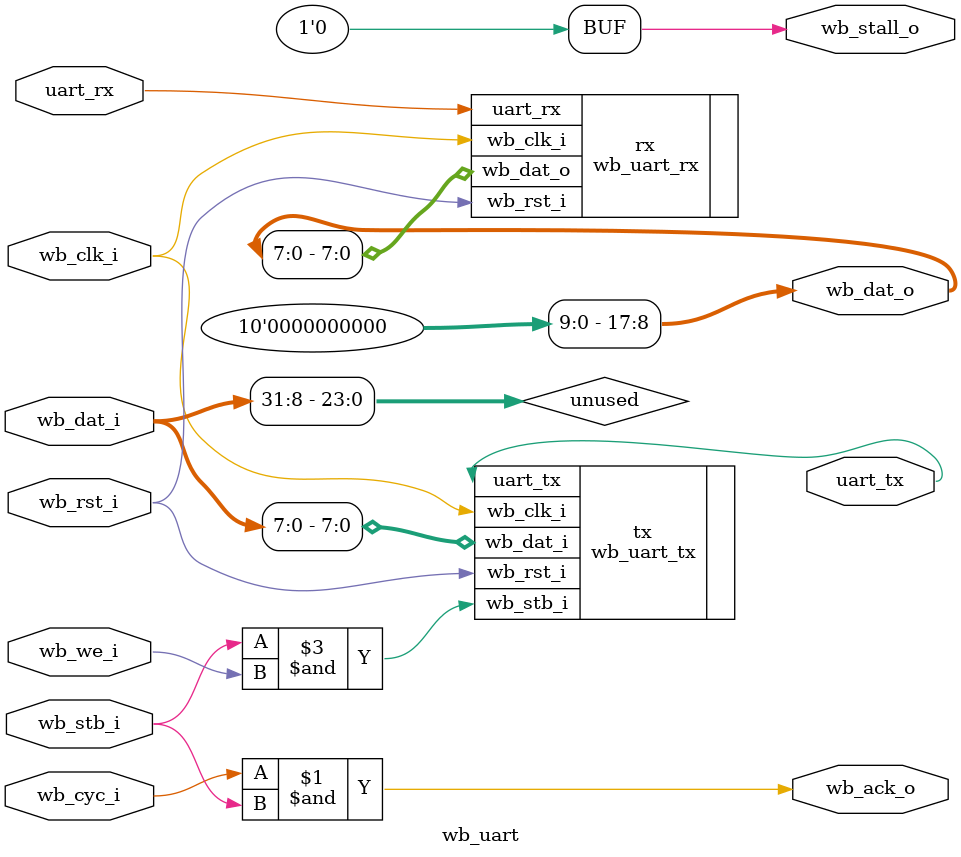
<source format=v>
module wb_uart #(
	parameter TICKS_PER_BAUD = 8
) (
	// Wishbone B4 (5.3)
	input wire wb_clk_i,
	input wire wb_rst_i,
	input wire wb_cyc_i,
	input wire wb_stb_i,
	input wire wb_we_i,
	input wire [31:0] wb_dat_i,
	output wire [31:0] wb_dat_o,
	output reg wb_ack_o,
	output wire wb_stall_o,

	// UART
	input wire uart_rx,
	output wire uart_tx
);
	wire [24-1:0] unused = { wb_dat_i[31:8] };

	assign wb_ack_o = wb_cyc_i & wb_stb_i;
	assign wb_dat_o[WB_DAT_BITS-1:8] = 0;
	assign wb_stall_o = 0;

	wb_uart_rx #(
		.TICKS_PER_BAUD(TICKS_PER_BAUD)
	) rx (
		.wb_clk_i(wb_clk_i),
		.wb_rst_i(wb_rst_i),
		.wb_dat_o(wb_dat_o[7:0]),
		.uart_rx(uart_rx)
	);

	wb_uart_tx #(
		.TICKS_PER_BAUD(TICKS_PER_BAUD)
	) tx (
		.wb_clk_i(wb_clk_i),
		.wb_rst_i(wb_rst_i),
		.wb_stb_i(wb_stb_i & wb_we_i),
		.wb_dat_i(wb_dat_i[7:0]),
		.uart_tx(uart_tx)
	);

endmodule

</source>
